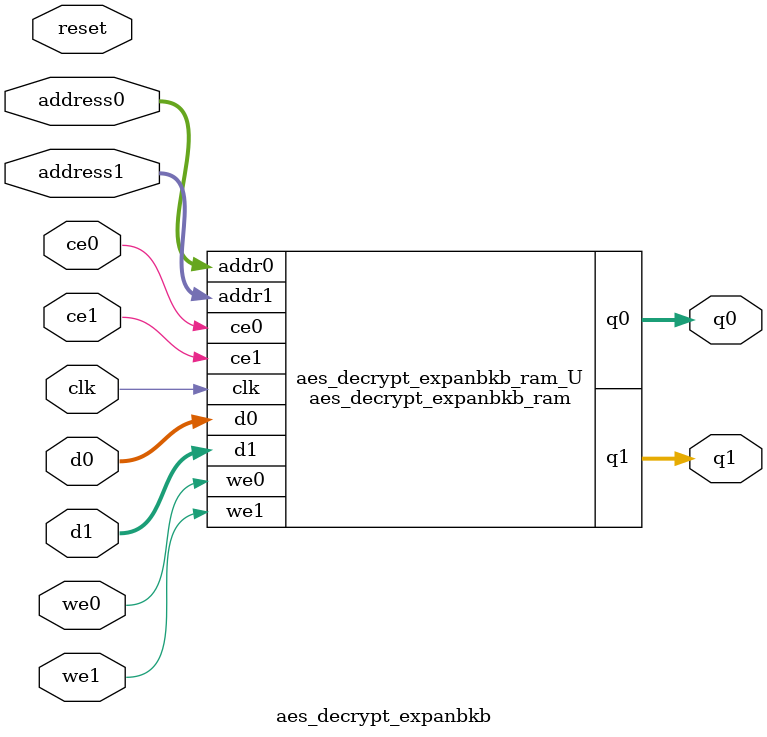
<source format=v>
`timescale 1 ns / 1 ps
module aes_decrypt_expanbkb_ram (addr0, ce0, d0, we0, q0, addr1, ce1, d1, we1, q1,  clk);

parameter DWIDTH = 8;
parameter AWIDTH = 8;
parameter MEM_SIZE = 176;

input[AWIDTH-1:0] addr0;
input ce0;
input[DWIDTH-1:0] d0;
input we0;
output reg[DWIDTH-1:0] q0;
input[AWIDTH-1:0] addr1;
input ce1;
input[DWIDTH-1:0] d1;
input we1;
output reg[DWIDTH-1:0] q1;
input clk;

(* ram_style = "block" *)reg [DWIDTH-1:0] ram[0:MEM_SIZE-1];




always @(posedge clk)  
begin 
    if (ce0) begin
        if (we0) 
            ram[addr0] <= d0; 
        q0 <= ram[addr0];
    end
end


always @(posedge clk)  
begin 
    if (ce1) begin
        if (we1) 
            ram[addr1] <= d1; 
        q1 <= ram[addr1];
    end
end


endmodule

`timescale 1 ns / 1 ps
module aes_decrypt_expanbkb(
    reset,
    clk,
    address0,
    ce0,
    we0,
    d0,
    q0,
    address1,
    ce1,
    we1,
    d1,
    q1);

parameter DataWidth = 32'd8;
parameter AddressRange = 32'd176;
parameter AddressWidth = 32'd8;
input reset;
input clk;
input[AddressWidth - 1:0] address0;
input ce0;
input we0;
input[DataWidth - 1:0] d0;
output[DataWidth - 1:0] q0;
input[AddressWidth - 1:0] address1;
input ce1;
input we1;
input[DataWidth - 1:0] d1;
output[DataWidth - 1:0] q1;



aes_decrypt_expanbkb_ram aes_decrypt_expanbkb_ram_U(
    .clk( clk ),
    .addr0( address0 ),
    .ce0( ce0 ),
    .we0( we0 ),
    .d0( d0 ),
    .q0( q0 ),
    .addr1( address1 ),
    .ce1( ce1 ),
    .we1( we1 ),
    .d1( d1 ),
    .q1( q1 ));

endmodule


</source>
